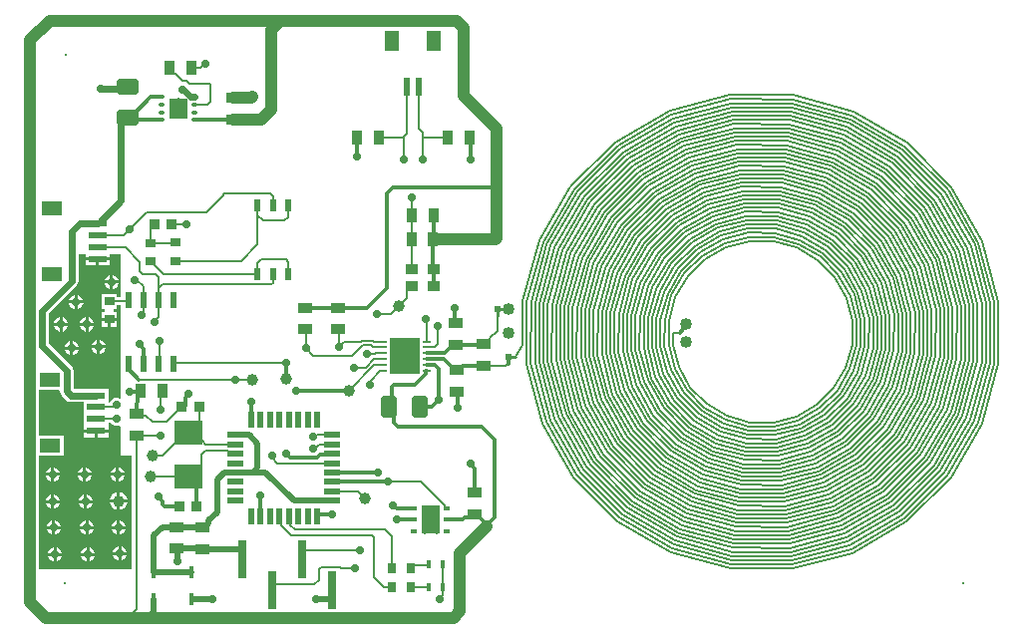
<source format=gtl>
G04*
G04 #@! TF.GenerationSoftware,Altium Limited,Altium Designer,23.7.1 (13)*
G04*
G04 Layer_Physical_Order=1*
G04 Layer_Color=255*
%FSLAX25Y25*%
%MOIN*%
G70*
G04*
G04 #@! TF.SameCoordinates,E761BF88-05AE-44ED-84BE-F3DD1BAF6ADF*
G04*
G04*
G04 #@! TF.FilePolarity,Positive*
G04*
G01*
G75*
%ADD10C,0.01000*%
%ADD15R,0.02400X0.02200*%
%ADD16R,0.04921X0.03347*%
%ADD17R,0.01997X0.05756*%
%ADD18R,0.05756X0.01997*%
%ADD19R,0.09449X0.07874*%
%ADD20R,0.01811X0.04331*%
%ADD21R,0.02500X0.13156*%
%ADD22R,0.02197X0.04156*%
%ADD23R,0.04724X0.07087*%
%ADD24R,0.02362X0.06102*%
%ADD25R,0.03347X0.04921*%
G04:AMPARAMS|DCode=26|XSize=55.12mil|YSize=70.87mil|CornerRadius=6.89mil|HoleSize=0mil|Usage=FLASHONLY|Rotation=180.000|XOffset=0mil|YOffset=0mil|HoleType=Round|Shape=RoundedRectangle|*
%AMROUNDEDRECTD26*
21,1,0.05512,0.05709,0,0,180.0*
21,1,0.04134,0.07087,0,0,180.0*
1,1,0.01378,-0.02067,0.02854*
1,1,0.01378,0.02067,0.02854*
1,1,0.01378,0.02067,-0.02854*
1,1,0.01378,-0.02067,-0.02854*
%
%ADD26ROUNDEDRECTD26*%
G04:AMPARAMS|DCode=27|XSize=55.12mil|YSize=70.87mil|CornerRadius=6.89mil|HoleSize=0mil|Usage=FLASHONLY|Rotation=270.000|XOffset=0mil|YOffset=0mil|HoleType=Round|Shape=RoundedRectangle|*
%AMROUNDEDRECTD27*
21,1,0.05512,0.05709,0,0,270.0*
21,1,0.04134,0.07087,0,0,270.0*
1,1,0.01378,-0.02854,-0.02067*
1,1,0.01378,-0.02854,0.02067*
1,1,0.01378,0.02854,0.02067*
1,1,0.01378,0.02854,-0.02067*
%
%ADD27ROUNDEDRECTD27*%
%ADD29R,0.02362X0.01575*%
%ADD30R,0.01600X0.02800*%
%ADD31R,0.06102X0.02362*%
%ADD32R,0.07087X0.04724*%
%ADD33R,0.04100X0.03700*%
G04:AMPARAMS|DCode=34|XSize=23.62mil|YSize=9.84mil|CornerRadius=1.23mil|HoleSize=0mil|Usage=FLASHONLY|Rotation=0.000|XOffset=0mil|YOffset=0mil|HoleType=Round|Shape=RoundedRectangle|*
%AMROUNDEDRECTD34*
21,1,0.02362,0.00738,0,0,0.0*
21,1,0.02116,0.00984,0,0,0.0*
1,1,0.00246,0.01058,-0.00369*
1,1,0.00246,-0.01058,-0.00369*
1,1,0.00246,-0.01058,0.00369*
1,1,0.00246,0.01058,0.00369*
%
%ADD34ROUNDEDRECTD34*%
%ADD35R,0.02197X0.05728*%
%ADD36R,0.02978X0.03200*%
%ADD37R,0.03200X0.02978*%
%ADD38R,0.03378X0.03200*%
%ADD61C,0.03937*%
%ADD62R,0.05906X0.06890*%
%ADD63O,0.02362X0.01181*%
%ADD64R,0.05906X0.09449*%
G04:AMPARAMS|DCode=65|XSize=102.36mil|YSize=118.11mil|CornerRadius=2.56mil|HoleSize=0mil|Usage=FLASHONLY|Rotation=0.000|XOffset=0mil|YOffset=0mil|HoleType=Round|Shape=RoundedRectangle|*
%AMROUNDEDRECTD65*
21,1,0.10236,0.11299,0,0,0.0*
21,1,0.09724,0.11811,0,0,0.0*
1,1,0.00512,0.04862,-0.05650*
1,1,0.00512,-0.04862,-0.05650*
1,1,0.00512,-0.04862,0.05650*
1,1,0.00512,0.04862,0.05650*
%
%ADD65ROUNDEDRECTD65*%
%ADD66C,0.01181*%
%ADD67C,0.01181*%
%ADD68C,0.03937*%
%ADD69C,0.00787*%
%ADD70C,0.00800*%
%ADD71C,0.00799*%
%ADD72C,0.01400*%
%ADD73C,0.02362*%
%ADD74C,0.01968*%
%ADD75C,0.01968*%
%ADD76C,0.02756*%
%ADD77C,0.04000*%
G36*
X33858Y121803D02*
Y111547D01*
X32521D01*
Y112615D01*
X27321D01*
Y107637D01*
X28321D01*
Y106537D01*
X27321D01*
Y104548D01*
X29921D01*
X32521D01*
Y106537D01*
X31521D01*
Y107637D01*
X32521D01*
Y108705D01*
X33858D01*
Y77910D01*
X33358Y77576D01*
X32847Y77787D01*
X31901D01*
X31027Y77425D01*
X30358Y76756D01*
X30095Y76122D01*
X29598D01*
Y80819D01*
X25762D01*
X25547Y80862D01*
X18010D01*
X17929Y80943D01*
Y86933D01*
X17929Y86933D01*
X17759Y87784D01*
X17277Y88506D01*
X17277Y88506D01*
X9704Y96079D01*
Y106012D01*
X19041Y115349D01*
X19041Y115349D01*
X19523Y116070D01*
X19692Y116921D01*
Y125984D01*
X21996D01*
Y124768D01*
X26047D01*
X30098D01*
Y125984D01*
X33858D01*
Y121803D01*
D02*
G37*
G36*
X13481Y80022D02*
X13650Y79171D01*
X14132Y78449D01*
X15516Y77065D01*
X15516Y77065D01*
X16238Y76583D01*
X17088Y76414D01*
X17088Y76414D01*
X21496D01*
Y72520D01*
Y68583D01*
Y67327D01*
X25547D01*
X29598D01*
Y69362D01*
X30550D01*
X31145Y68767D01*
X32019Y68405D01*
X32965D01*
X33358Y68568D01*
X33858Y68234D01*
Y58346D01*
X37575D01*
Y20472D01*
X6537D01*
Y58346D01*
X14736D01*
Y65071D01*
X6537D01*
Y80394D01*
X13174D01*
X13481Y80022D01*
D02*
G37*
%LPC*%
G36*
X30098Y123768D02*
X26547D01*
Y122087D01*
X30098D01*
Y123768D01*
D02*
G37*
G36*
X25547D02*
X21996D01*
Y122087D01*
X25547D01*
Y123768D01*
D02*
G37*
G36*
X31209Y118902D02*
Y117035D01*
X33075D01*
X32725Y117882D01*
X32056Y118551D01*
X31209Y118902D01*
D02*
G37*
G36*
X30209D02*
X29362Y118551D01*
X28693Y117882D01*
X28342Y117035D01*
X30209D01*
Y118902D01*
D02*
G37*
G36*
X33075Y116035D02*
X31209D01*
Y114169D01*
X32056Y114520D01*
X32725Y115188D01*
X33075Y116035D01*
D02*
G37*
G36*
X30209D02*
X28342D01*
X28693Y115188D01*
X29362Y114520D01*
X30209Y114169D01*
Y116035D01*
D02*
G37*
G36*
X19398Y112209D02*
Y110343D01*
X21264D01*
X20914Y111189D01*
X20245Y111858D01*
X19398Y112209D01*
D02*
G37*
G36*
X18398D02*
X17551Y111858D01*
X16882Y111189D01*
X16531Y110343D01*
X18398D01*
Y112209D01*
D02*
G37*
G36*
X21264Y109343D02*
X19398D01*
Y107476D01*
X20245Y107827D01*
X20914Y108495D01*
X21264Y109343D01*
D02*
G37*
G36*
X18398D02*
X16531D01*
X16882Y108495D01*
X17551Y107827D01*
X18398Y107476D01*
Y109343D01*
D02*
G37*
G36*
X22941Y104729D02*
Y102862D01*
X24808D01*
X24457Y103709D01*
X23788Y104378D01*
X22941Y104729D01*
D02*
G37*
G36*
X21941D02*
X21094Y104378D01*
X20425Y103709D01*
X20074Y102862D01*
X21941D01*
Y104729D01*
D02*
G37*
G36*
X14279D02*
Y102862D01*
X16146D01*
X15796Y103709D01*
X15126Y104378D01*
X14279Y104729D01*
D02*
G37*
G36*
X13280D02*
X12432Y104378D01*
X11764Y103709D01*
X11413Y102862D01*
X13280D01*
Y104729D01*
D02*
G37*
G36*
X32521Y103548D02*
X30421D01*
Y101559D01*
X32521D01*
Y103548D01*
D02*
G37*
G36*
X29421D02*
X27321D01*
Y101559D01*
X29421D01*
Y103548D01*
D02*
G37*
G36*
X24808Y101862D02*
X22941D01*
Y99995D01*
X23788Y100346D01*
X24457Y101015D01*
X24808Y101862D01*
D02*
G37*
G36*
X21941D02*
X20074D01*
X20425Y101015D01*
X21094Y100346D01*
X21941Y99995D01*
Y101862D01*
D02*
G37*
G36*
X16146D02*
X14279D01*
Y99995D01*
X15126Y100346D01*
X15796Y101015D01*
X16146Y101862D01*
D02*
G37*
G36*
X13280D02*
X11413D01*
X11764Y101015D01*
X12432Y100346D01*
X13280Y99995D01*
Y101862D01*
D02*
G37*
G36*
X26878Y97249D02*
Y95382D01*
X28745D01*
X28394Y96229D01*
X27725Y96898D01*
X26878Y97249D01*
D02*
G37*
G36*
X25878D02*
X25031Y96898D01*
X24362Y96229D01*
X24011Y95382D01*
X25878D01*
Y97249D01*
D02*
G37*
G36*
X17823Y96855D02*
Y94988D01*
X19690D01*
X19339Y95835D01*
X18670Y96504D01*
X17823Y96855D01*
D02*
G37*
G36*
X16823D02*
X15976Y96504D01*
X15307Y95835D01*
X14956Y94988D01*
X16823D01*
Y96855D01*
D02*
G37*
G36*
X28745Y94382D02*
X26878D01*
Y92515D01*
X27725Y92866D01*
X28394Y93535D01*
X28745Y94382D01*
D02*
G37*
G36*
X25878D02*
X24011D01*
X24362Y93535D01*
X25031Y92866D01*
X25878Y92515D01*
Y94382D01*
D02*
G37*
G36*
X19690Y93988D02*
X17823D01*
Y92121D01*
X18670Y92472D01*
X19339Y93141D01*
X19690Y93988D01*
D02*
G37*
G36*
X16823D02*
X14956D01*
X15307Y93141D01*
X15976Y92472D01*
X16823Y92121D01*
Y93988D01*
D02*
G37*
G36*
X29598Y66327D02*
X26047D01*
Y64646D01*
X29598D01*
Y66327D01*
D02*
G37*
G36*
X25047D02*
X21496D01*
Y64646D01*
X25047D01*
Y66327D01*
D02*
G37*
G36*
X33177Y54569D02*
Y52702D01*
X35044D01*
X34693Y53549D01*
X34024Y54218D01*
X33443Y54459D01*
D01*
X33177Y54569D01*
D02*
G37*
G36*
X32177D02*
X31330Y54218D01*
X30661Y53549D01*
X30310Y52702D01*
X32177D01*
Y54569D01*
D02*
G37*
G36*
X22153D02*
Y52702D01*
X24020D01*
X23670Y53549D01*
X23000Y54218D01*
X22153Y54569D01*
D02*
G37*
G36*
X21154D02*
X20306Y54218D01*
X19638Y53549D01*
X19287Y52702D01*
X21154D01*
Y54569D01*
D02*
G37*
G36*
X11524D02*
Y52702D01*
X13390D01*
X13039Y53549D01*
X12371Y54218D01*
X11524Y54569D01*
D02*
G37*
G36*
X10524D02*
X9677Y54218D01*
X9008Y53549D01*
X8657Y52702D01*
X10524D01*
Y54569D01*
D02*
G37*
G36*
X35044Y51702D02*
X33177D01*
Y49835D01*
X33443Y49945D01*
D01*
X34024Y50186D01*
X34693Y50855D01*
X35044Y51702D01*
D02*
G37*
G36*
X32177D02*
X30310D01*
X30661Y50855D01*
X31330Y50186D01*
X32177Y49835D01*
Y51702D01*
D02*
G37*
G36*
X24020D02*
X22153D01*
Y49835D01*
X23000Y50186D01*
X23670Y50855D01*
X24020Y51702D01*
D02*
G37*
G36*
X21154D02*
X19287D01*
X19638Y50855D01*
X20306Y50186D01*
X21154Y49835D01*
Y51702D01*
D02*
G37*
G36*
X13390D02*
X11524D01*
Y49835D01*
X12371Y50186D01*
X13039Y50855D01*
X13390Y51702D01*
D02*
G37*
G36*
X10524D02*
X8657D01*
X9008Y50855D01*
X9677Y50186D01*
X10524Y49835D01*
Y51702D01*
D02*
G37*
G36*
X33571Y46246D02*
Y43807D01*
X36010D01*
X35837Y44453D01*
X35446Y45130D01*
X34894Y45682D01*
X34217Y46073D01*
X33571Y46246D01*
D02*
G37*
G36*
X32571D02*
X31925Y46073D01*
X31248Y45682D01*
X30696Y45130D01*
X30305Y44453D01*
X30132Y43807D01*
X32571D01*
Y46246D01*
D02*
G37*
G36*
X22547Y45514D02*
Y43647D01*
X24414D01*
X24063Y44494D01*
X23394Y45163D01*
X22547Y45514D01*
D02*
G37*
G36*
X21547D02*
X20700Y45163D01*
X20031Y44494D01*
X19681Y43647D01*
X21547D01*
Y45514D01*
D02*
G37*
G36*
X11524D02*
Y43647D01*
X13390D01*
X13039Y44494D01*
X12371Y45163D01*
X11524Y45514D01*
D02*
G37*
G36*
X10524D02*
X9677Y45163D01*
X9008Y44494D01*
X8657Y43647D01*
X10524D01*
Y45514D01*
D02*
G37*
G36*
X24414Y42647D02*
X22547D01*
Y40780D01*
X23394Y41131D01*
X24063Y41800D01*
X24414Y42647D01*
D02*
G37*
G36*
X21547D02*
X19681D01*
X20031Y41800D01*
X20700Y41131D01*
X21547Y40780D01*
Y42647D01*
D02*
G37*
G36*
X13390D02*
X11524D01*
Y40780D01*
X12371Y41131D01*
X13039Y41800D01*
X13390Y42647D01*
D02*
G37*
G36*
X10524D02*
X8657D01*
X9008Y41800D01*
X9677Y41131D01*
X10524Y40780D01*
Y42647D01*
D02*
G37*
G36*
X36010Y42807D02*
X33571D01*
Y40368D01*
X34217Y40541D01*
X34894Y40932D01*
X35446Y41484D01*
X35837Y42161D01*
X36010Y42807D01*
D02*
G37*
G36*
X32571D02*
X30132D01*
X30305Y42161D01*
X30696Y41484D01*
X31248Y40932D01*
X31925Y40541D01*
X32571Y40368D01*
Y42807D01*
D02*
G37*
G36*
X33571Y36852D02*
Y34986D01*
X35438D01*
X35087Y35833D01*
X34418Y36502D01*
X33571Y36852D01*
D02*
G37*
G36*
X32571D02*
X31724Y36502D01*
X31055Y35833D01*
X30704Y34986D01*
X32571D01*
Y36852D01*
D02*
G37*
G36*
X22941D02*
Y34986D01*
X24808D01*
X24457Y35833D01*
X23788Y36502D01*
X22941Y36852D01*
D02*
G37*
G36*
X21941D02*
X21094Y36502D01*
X20425Y35833D01*
X20074Y34986D01*
X21941D01*
Y36852D01*
D02*
G37*
G36*
X11917D02*
Y34986D01*
X13784D01*
X13433Y35833D01*
X12764Y36502D01*
X11917Y36852D01*
D02*
G37*
G36*
X10917D02*
X10070Y36502D01*
X9401Y35833D01*
X9050Y34986D01*
X10917D01*
Y36852D01*
D02*
G37*
G36*
X35438Y33986D02*
X33571D01*
Y32119D01*
X34418Y32470D01*
X35087Y33138D01*
X35438Y33986D01*
D02*
G37*
G36*
X32571D02*
X30704D01*
X31055Y33138D01*
X31724Y32470D01*
X32571Y32119D01*
Y33986D01*
D02*
G37*
G36*
X24808D02*
X22941D01*
Y32119D01*
X23788Y32470D01*
X24457Y33138D01*
X24808Y33986D01*
D02*
G37*
G36*
X21941D02*
X20074D01*
X20425Y33138D01*
X21094Y32470D01*
X21941Y32119D01*
Y33986D01*
D02*
G37*
G36*
X13784D02*
X11917D01*
Y32119D01*
X12764Y32470D01*
X13433Y33138D01*
X13784Y33986D01*
D02*
G37*
G36*
X10917D02*
X9050D01*
X9401Y33138D01*
X10070Y32470D01*
X10917Y32119D01*
Y33986D01*
D02*
G37*
G36*
X33965Y28191D02*
Y26324D01*
X35831D01*
X35480Y27171D01*
X34812Y27840D01*
X33965Y28191D01*
D02*
G37*
G36*
X32965D02*
X32118Y27840D01*
X31449Y27171D01*
X31098Y26324D01*
X32965D01*
Y28191D01*
D02*
G37*
G36*
X23335Y27797D02*
Y25930D01*
X25201D01*
X24851Y26777D01*
X24182Y27446D01*
X23335Y27797D01*
D02*
G37*
G36*
X22335D02*
X21488Y27446D01*
X20819Y26777D01*
X20468Y25930D01*
X22335D01*
Y27797D01*
D02*
G37*
G36*
X12311D02*
Y25930D01*
X14178D01*
X13827Y26777D01*
X13158Y27446D01*
X12311Y27797D01*
D02*
G37*
G36*
X11311D02*
X10464Y27446D01*
X9795Y26777D01*
X9444Y25930D01*
X11311D01*
Y27797D01*
D02*
G37*
G36*
X35831Y25324D02*
X33965D01*
Y23457D01*
X34812Y23808D01*
X35480Y24477D01*
X35831Y25324D01*
D02*
G37*
G36*
X32965D02*
X31098D01*
X31449Y24477D01*
X32118Y23808D01*
X32965Y23457D01*
Y25324D01*
D02*
G37*
G36*
X25201Y24930D02*
X23335D01*
Y23064D01*
X24182Y23415D01*
X24851Y24083D01*
X25201Y24930D01*
D02*
G37*
G36*
X22335D02*
X20468D01*
X20819Y24083D01*
X21488Y23415D01*
X22335Y23064D01*
Y24930D01*
D02*
G37*
G36*
X14178D02*
X12311D01*
Y23064D01*
X13158Y23415D01*
X13827Y24083D01*
X14178Y24930D01*
D02*
G37*
G36*
X11311D02*
X9444D01*
X9795Y24083D01*
X10464Y23415D01*
X11311Y23064D01*
Y24930D01*
D02*
G37*
%LPD*%
D10*
X159611Y105266D02*
Y107547D01*
X163272D01*
X163285Y91547D02*
X165685D01*
D15*
X163285D02*
D03*
X159611Y107547D02*
D03*
D16*
X155118Y95768D02*
D03*
Y88484D02*
D03*
X95276Y100689D02*
D03*
Y107972D02*
D03*
X106299Y100689D02*
D03*
Y107972D02*
D03*
X146063Y79823D02*
D03*
Y87106D02*
D03*
X145669Y102854D02*
D03*
Y95571D02*
D03*
X52492Y27343D02*
D03*
Y34626D02*
D03*
X61122Y27327D02*
D03*
Y34610D02*
D03*
X38996Y72555D02*
D03*
Y65272D02*
D03*
X71437Y170988D02*
D03*
Y178272D02*
D03*
X151969Y46161D02*
D03*
Y38878D02*
D03*
D17*
X77362Y70602D02*
D03*
X80512D02*
D03*
X83661D02*
D03*
X86811D02*
D03*
X89961D02*
D03*
X93110D02*
D03*
X96260D02*
D03*
X99410D02*
D03*
Y38202D02*
D03*
X96260D02*
D03*
X93110D02*
D03*
X89961D02*
D03*
X86811D02*
D03*
X83661D02*
D03*
X80512D02*
D03*
X77362D02*
D03*
D18*
X104586Y65425D02*
D03*
Y62276D02*
D03*
Y59126D02*
D03*
Y55976D02*
D03*
Y52827D02*
D03*
Y49677D02*
D03*
Y46528D02*
D03*
Y43378D02*
D03*
X72186D02*
D03*
Y46528D02*
D03*
Y49677D02*
D03*
Y52827D02*
D03*
Y55976D02*
D03*
Y59126D02*
D03*
Y62276D02*
D03*
Y65425D02*
D03*
D19*
X56346Y66327D02*
D03*
Y51366D02*
D03*
D20*
X57480Y10433D02*
D03*
Y19488D02*
D03*
X44882Y10433D02*
D03*
Y19488D02*
D03*
D21*
X104547Y13565D02*
D03*
X94547Y23965D02*
D03*
X84547Y13565D02*
D03*
X74547Y23965D02*
D03*
D22*
X79528Y142209D02*
D03*
X84646D02*
D03*
X89764D02*
D03*
Y119209D02*
D03*
X84646D02*
D03*
X79528D02*
D03*
D23*
X124409Y197244D02*
D03*
X138583D02*
D03*
D24*
X129528Y181890D02*
D03*
X133465D02*
D03*
D25*
X120177Y164961D02*
D03*
X112894D02*
D03*
X150492D02*
D03*
X143209D02*
D03*
X131150Y138957D02*
D03*
X138433D02*
D03*
X130968Y130972D02*
D03*
X138252D02*
D03*
X40547Y80079D02*
D03*
X47831D02*
D03*
X57268Y188126D02*
D03*
X49984D02*
D03*
D26*
X133661Y74803D02*
D03*
X123425D02*
D03*
D27*
X36169Y171634D02*
D03*
Y181870D02*
D03*
D29*
X131890Y40945D02*
D03*
Y37008D02*
D03*
Y33071D02*
D03*
X142913D02*
D03*
Y37008D02*
D03*
Y40945D02*
D03*
D30*
X136626Y14567D02*
D03*
X141326D02*
D03*
X136626Y22047D02*
D03*
X141326D02*
D03*
D31*
X25547Y78638D02*
D03*
Y74701D02*
D03*
Y70764D02*
D03*
Y66827D02*
D03*
X26047Y136079D02*
D03*
Y132142D02*
D03*
Y128205D02*
D03*
Y124268D02*
D03*
D32*
X10193Y83756D02*
D03*
Y61709D02*
D03*
X10693Y141197D02*
D03*
Y119150D02*
D03*
D33*
X138287Y115260D02*
D03*
X131004D02*
D03*
Y120960D02*
D03*
X138287D02*
D03*
D34*
X136221Y92716D02*
D03*
Y86811D02*
D03*
Y88779D02*
D03*
Y90748D02*
D03*
Y94685D02*
D03*
Y96653D02*
D03*
X121260Y86811D02*
D03*
Y88779D02*
D03*
Y90748D02*
D03*
Y92716D02*
D03*
Y94685D02*
D03*
Y96653D02*
D03*
D35*
X36354Y89203D02*
D03*
X41354D02*
D03*
X46354D02*
D03*
X51354D02*
D03*
Y110631D02*
D03*
X46354D02*
D03*
X41354D02*
D03*
X36354D02*
D03*
D36*
X130598Y14567D02*
D03*
X124520D02*
D03*
X130598Y20866D02*
D03*
X124520D02*
D03*
D37*
X51925Y129744D02*
D03*
Y123666D02*
D03*
X29921Y104048D02*
D03*
Y110126D02*
D03*
X43728Y123532D02*
D03*
Y129610D02*
D03*
D38*
X59926Y74803D02*
D03*
X54248D02*
D03*
X59138Y41339D02*
D03*
X53460D02*
D03*
X50871Y135827D02*
D03*
X45193D02*
D03*
D61*
X115354Y44094D02*
D03*
X33071Y43307D02*
D03*
X126772Y108661D02*
D03*
X110004Y80315D02*
D03*
X44488Y58661D02*
D03*
X43701Y51575D02*
D03*
X77870Y83854D02*
D03*
X89098Y84110D02*
D03*
D62*
X52941Y174583D02*
D03*
D63*
X47429Y170744D02*
D03*
Y173303D02*
D03*
Y175862D02*
D03*
Y178421D02*
D03*
X58453D02*
D03*
Y175862D02*
D03*
Y173303D02*
D03*
Y170744D02*
D03*
D64*
X137402Y37008D02*
D03*
D65*
X128740Y91732D02*
D03*
D66*
X15157Y15748D02*
D03*
X315354D02*
D03*
X15264Y192642D02*
D03*
X132849Y91767D02*
D03*
X124606Y91732D02*
D03*
X128740Y86811D02*
D03*
Y96653D02*
D03*
D67*
X151969Y46161D02*
Y54298D01*
X150787Y55479D02*
X151969Y54298D01*
X150787Y55479D02*
Y55905D01*
X126378Y68110D02*
X154331D01*
X156201Y35335D02*
Y35433D01*
X158661Y37795D02*
Y63779D01*
X154331Y68110D02*
X158661Y63779D01*
X156201Y34941D02*
Y35335D01*
X158661Y37795D01*
X152756Y38583D02*
X153051D01*
X156201Y35433D01*
X151969Y38878D02*
X152461D01*
X152756Y38583D01*
X150886Y37795D02*
X151969Y38878D01*
X148721Y37795D02*
X150886D01*
X147933Y37008D02*
X148721Y37795D01*
X150492Y164961D02*
X150640Y164813D01*
Y157628D02*
Y164813D01*
Y157628D02*
X150787Y157480D01*
X163285Y89259D02*
Y91547D01*
X125000Y69488D02*
X126378Y68110D01*
X125000Y69488D02*
Y73228D01*
X123425Y74803D02*
X125000Y73228D01*
X136221Y90748D02*
X141634D01*
X145276Y87106D01*
X148228Y88484D02*
X155118D01*
X145669Y95571D02*
X154921D01*
X136221Y92716D02*
X142028D01*
X144882Y95571D01*
X145276Y103248D02*
Y107874D01*
X138287Y115260D02*
Y120960D01*
X138252Y120996D02*
Y130972D01*
Y120996D02*
X138287Y120960D01*
X138252Y130972D02*
X138342Y131063D01*
X125101Y82284D02*
X132114D01*
X123425Y74803D02*
X124409Y75787D01*
Y81592D01*
X125101Y82284D01*
X132114D02*
X135630Y85800D01*
Y86713D01*
X135728Y86811D01*
X136221D01*
X133661Y74803D02*
X137795D01*
X140157Y77165D01*
Y87402D01*
X138878Y88681D02*
X140157Y87402D01*
X136221Y88779D02*
X136319Y88681D01*
X137224D01*
X137224Y88681D01*
X138878D01*
X146539Y74650D02*
Y79347D01*
X159197Y130972D02*
X159803Y131579D01*
X126123Y40945D02*
X131890D01*
X119642Y52827D02*
X119685Y52870D01*
X104629Y49720D02*
X122957D01*
X92520Y80315D02*
X110004D01*
X125984Y37008D02*
X131890D01*
X142913D02*
X147933D01*
X106299Y107972D02*
X116240D01*
X122835Y114567D02*
Y146063D01*
X116240Y107972D02*
X122835Y114567D01*
X95276Y107972D02*
X106299D01*
X124803Y148031D02*
X158705D01*
X159492Y148819D01*
X122835Y146063D02*
X124803Y148031D01*
X54531Y74520D02*
X55346Y75335D01*
Y77755D01*
X56299Y78708D01*
Y79134D01*
X59138Y41339D02*
Y48574D01*
X48374Y41510D02*
X53413D01*
X46457Y44456D02*
Y44882D01*
Y44456D02*
X47593Y43319D01*
Y42292D02*
Y43319D01*
Y42292D02*
X48374Y41510D01*
X58453Y170744D02*
X71193D01*
X71437Y170988D01*
X36957Y171634D02*
X43744Y178421D01*
X47429D01*
X37059Y170744D02*
X47429D01*
X99410Y38202D02*
Y38344D01*
X99817Y38752D01*
X104496D01*
X77341Y70623D02*
X77362Y70602D01*
X77341Y70623D02*
Y76356D01*
X77319Y76378D02*
X77341Y76356D01*
X39465Y78996D02*
X40465Y79996D01*
X40547Y80079D01*
X36740Y79996D02*
X40465D01*
X39465Y76468D02*
Y78996D01*
X38996Y76000D02*
X39465Y76468D01*
X38996Y72555D02*
Y76000D01*
X41354Y89203D02*
Y94334D01*
X40236Y95452D02*
X41354Y94334D01*
X40236Y95452D02*
Y95878D01*
X112894Y158453D02*
Y164961D01*
X112839Y158398D02*
X112894Y158453D01*
X80451Y38263D02*
X80512Y38202D01*
X80451Y38263D02*
Y45238D01*
X80390Y45299D02*
X80451Y45238D01*
X104586Y52827D02*
X119642D01*
X122957Y49720D02*
X123000Y49764D01*
X72146Y83917D02*
X72154Y83909D01*
X36354Y87438D02*
X39875Y83917D01*
X77842Y83882D02*
X77870Y83854D01*
X72154Y83909D02*
X72181Y83882D01*
X36354Y87438D02*
Y89203D01*
X88972Y59102D02*
X90381Y57694D01*
X99414D01*
X51354Y89203D02*
X51580Y89429D01*
X89083Y84126D02*
X89098Y84110D01*
X89083Y84126D02*
Y89413D01*
X89067Y89429D02*
X89083Y89413D01*
X104178Y58718D02*
X104586Y59126D01*
X100438Y58718D02*
X104178D01*
X99414Y57694D02*
X100438Y58718D01*
X104586Y49677D02*
X104629Y49720D01*
X138342Y138866D02*
X138433Y138957D01*
X138342Y131063D02*
Y138866D01*
D68*
X147244Y25984D02*
X156201Y34941D01*
X147244Y6538D02*
Y25984D01*
X144938Y4231D02*
X147244Y6538D01*
X42913Y4231D02*
X144938D01*
X159492Y148819D02*
Y167673D01*
X146119Y203921D02*
X148425Y201615D01*
Y178740D02*
X159492Y167673D01*
X148425Y178740D02*
Y201615D01*
X87113Y203921D02*
X146119D01*
X138342Y130972D02*
X159197D01*
X159492Y131268D02*
Y148819D01*
X71437Y170988D02*
X80779D01*
X84031Y174240D01*
X35906Y4231D02*
X42913D01*
X3543Y9433D02*
Y197559D01*
X71437Y178272D02*
X77555D01*
X77807Y178524D01*
X8745Y4231D02*
X35906D01*
X9921Y203937D02*
X87098D01*
X87113Y203921D01*
X3543Y197559D02*
X9921Y203937D01*
X3543Y9433D02*
X8745Y4231D01*
X84031Y200839D02*
X87113Y203921D01*
X84031Y174240D02*
Y200839D01*
D69*
X140551Y10630D02*
Y11163D01*
X141326Y11938D01*
Y22047D01*
X135132Y164961D02*
X143209D01*
X134671Y165422D02*
Y166609D01*
Y165422D02*
X135132Y164961D01*
X133465Y167815D02*
X134671Y166609D01*
X159611Y100261D02*
Y105266D01*
X157185Y97835D02*
X159611Y100261D01*
X155118Y95768D02*
X155905D01*
X157185Y97047D01*
Y97835D01*
X154921Y95571D02*
X155118Y95768D01*
X144882Y95571D02*
X145669D01*
X145276Y103248D02*
X145669Y102854D01*
X133465Y167815D02*
Y181890D01*
X129528Y166240D02*
Y181890D01*
X128248Y164961D02*
X129528Y166240D01*
X134646Y157480D02*
Y166609D01*
X120177Y164961D02*
X128248D01*
X128347Y164862D01*
Y157480D02*
Y164862D01*
X138779Y94685D02*
X139764Y95669D01*
Y101969D01*
X131004Y120960D02*
Y130937D01*
X130968Y130972D02*
X131004Y130937D01*
X130804Y115260D02*
X131004D01*
X129348Y113804D02*
X130804Y115260D01*
X129348Y111237D02*
Y113804D01*
X126772Y108661D02*
X129348Y111237D01*
X124016Y105905D02*
X126772Y108661D01*
X119291Y105905D02*
X124016D01*
X136122Y96653D02*
X136221D01*
X136024Y96752D02*
X136122Y96653D01*
X136024Y96752D02*
Y104134D01*
X135827Y104331D02*
X136024Y104134D01*
X136221Y94685D02*
X138779D01*
X146063Y79823D02*
X146539Y79347D01*
X123000Y49764D02*
X134252D01*
X142126Y41890D01*
Y41800D02*
Y41890D01*
Y41800D02*
X142126Y41800D01*
Y41339D02*
Y41800D01*
X124803Y41732D02*
X125336D01*
X126123Y40945D01*
X142520D02*
X142913D01*
X142126Y41339D02*
X142520Y40945D01*
X130598Y20866D02*
X131626Y21894D01*
X136473D01*
X130598Y14567D02*
X136626D01*
X121653D02*
X124520D01*
X118504Y17717D02*
Y31102D01*
Y17717D02*
X121653Y14567D01*
X90686Y31929D02*
X117677D01*
X118504Y31102D01*
X124520Y20866D02*
Y31385D01*
Y20755D02*
Y20866D01*
X122150Y33756D02*
X124520Y31385D01*
X92009Y33756D02*
X122150D01*
X120571Y86811D02*
X121260D01*
X117306Y83546D02*
X120571Y86811D01*
X117306Y82660D02*
Y83546D01*
X116929Y82284D02*
X117306Y82660D01*
X110004Y80315D02*
X118468Y88779D01*
X114001Y96653D02*
X114107Y96760D01*
X118152Y94685D02*
X121260D01*
X117365Y95472D02*
X118152Y94685D01*
X114107Y96760D02*
X118176D01*
X118283Y96653D02*
X121260D01*
X108540D02*
X114001D01*
X118176Y96760D02*
X118283Y96653D01*
X114640Y95472D02*
X117365D01*
X111097Y91929D02*
X114640Y95472D01*
X118468Y88779D02*
X121260D01*
X118712Y92520D02*
X118898Y92705D01*
X118546Y90748D02*
X121260D01*
X111811Y87795D02*
X115593D01*
X118546Y90748D01*
X118898Y92705D02*
X121248D01*
X116142Y92520D02*
X118712D01*
X133373Y88674D02*
Y88688D01*
X128740Y91732D02*
X130315D01*
X133373Y88674D01*
Y88688D02*
X133465Y88779D01*
X132864Y88165D02*
X133373Y88674D01*
X129051Y181413D02*
X129528Y181890D01*
X120177Y164173D02*
Y164961D01*
Y164173D02*
X121457Y162894D01*
X131118Y138988D02*
Y144882D01*
X95669Y94488D02*
X98228Y91929D01*
X111097D01*
X106769Y94882D02*
X108540Y96653D01*
X106693Y94882D02*
X106769D01*
X95276Y100689D02*
X95669Y100295D01*
Y94488D02*
Y100295D01*
X106299Y100689D02*
X106693Y100295D01*
Y94882D02*
Y100295D01*
X121248Y92705D02*
X121260Y92716D01*
X57307Y64535D02*
X57723Y64951D01*
X56382Y66327D02*
X59926Y69870D01*
Y74803D01*
X56346Y66327D02*
X56382D01*
X56346Y51366D02*
X56346Y51366D01*
X56138Y51575D02*
X56346Y51366D01*
Y53157D01*
X43701Y51575D02*
X56138D01*
X56346Y64535D02*
X57307D01*
X44488Y58661D02*
X47894D01*
X55559Y66327D01*
X56346D01*
X49040Y69685D02*
X54159Y74803D01*
X44488Y69685D02*
X49040D01*
X38996Y72555D02*
X39555Y71997D01*
X42176D01*
X44488Y69685D01*
X54159Y74803D02*
X54248D01*
X39875Y83917D02*
X72146D01*
X56346Y51366D02*
X59138Y48574D01*
X104586Y46528D02*
X112921D01*
X115354Y44094D01*
X58453Y175862D02*
X62870D01*
X63689Y176681D02*
Y182846D01*
X62870Y175862D02*
X63689Y176681D01*
X47095Y73909D02*
Y79343D01*
X104547Y11486D02*
Y13565D01*
X103691Y10630D02*
X104547Y11486D01*
X57480Y10433D02*
X57677Y10630D01*
X100000Y16929D02*
Y20405D01*
X107469Y20866D02*
X112205D01*
X107011Y21324D02*
X107469Y20866D01*
X100919Y21324D02*
X107011D01*
X100000Y20405D02*
X100919Y21324D01*
X98425Y15354D02*
X100000Y16929D01*
X85404Y15354D02*
X98425D01*
X84547Y13565D02*
Y14498D01*
X85404Y15354D01*
X94547Y23965D02*
Y25935D01*
X95403Y26791D01*
X113634D01*
X123425Y19660D02*
X124520Y20755D01*
X123314Y19660D02*
X123425D01*
X34824Y132142D02*
X42408Y139726D01*
X46354Y110631D02*
X46457Y110734D01*
X46354Y104997D02*
Y110631D01*
X45150Y103793D02*
X46354Y104997D01*
X45150Y103260D02*
Y103793D01*
X29921Y110126D02*
X35849D01*
X36354Y110631D01*
X84646Y142209D02*
Y145276D01*
X83858Y146063D02*
X84646Y145276D01*
X67716D02*
X68504Y146063D01*
X83858D01*
X79528Y129134D02*
Y138976D01*
X89764Y138189D02*
Y142209D01*
X79528Y138976D02*
Y142209D01*
X80709Y124016D02*
X88976D01*
X88583Y137008D02*
X89764Y138189D01*
X79528Y138976D02*
X81496Y137008D01*
X88583D01*
X79528Y122835D02*
X80709Y124016D01*
X79528Y119209D02*
Y122835D01*
X74059Y123666D02*
X79528Y129134D01*
X84184Y115748D02*
X84646Y116209D01*
X89764Y119209D02*
Y123228D01*
X84646Y116209D02*
Y119209D01*
X88976Y124016D02*
X89764Y123228D01*
X48163Y119209D02*
X79528D01*
X51925Y123666D02*
X74059D01*
X47783Y115748D02*
X84184D01*
X50871Y135827D02*
X55905D01*
X43728Y129610D02*
X51791D01*
X51925Y129744D01*
X45103Y135827D02*
X45193D01*
X43897Y134620D02*
X45103Y135827D01*
X43897Y134531D02*
Y134620D01*
X43728Y134363D02*
X43897Y134531D01*
X43728Y129610D02*
Y134363D01*
X46457Y114422D02*
Y118110D01*
Y110734D02*
Y114422D01*
X47783Y115748D01*
X40945Y119291D02*
X45276D01*
X46457Y118110D01*
X40157Y120079D02*
X40945Y119291D01*
X35354Y128102D02*
X40157Y123299D01*
Y120079D02*
Y123299D01*
X39091Y117323D02*
X41354Y115059D01*
X38583Y117323D02*
X39091D01*
X41354Y110631D02*
Y115059D01*
Y105874D02*
Y110631D01*
X43839Y123532D02*
X48163Y119209D01*
X43728Y123532D02*
X43839D01*
X42408Y139726D02*
X62256D01*
X67716Y145187D01*
Y145276D01*
X54327Y183783D02*
X55778D01*
X49984Y187339D02*
Y188126D01*
Y187339D02*
X51264Y186059D01*
X55778Y183783D02*
X56715Y182846D01*
X63689D01*
X51264Y186059D02*
X52051D01*
X54327Y183783D01*
X57342Y54153D02*
X60348D01*
X56346Y53158D02*
X57342Y54153D01*
X57268Y188126D02*
X60278D01*
X61519Y189366D01*
X62051D01*
X26047Y132142D02*
X34824D01*
X58453Y175862D02*
X58528Y175787D01*
X131118Y138988D02*
X131150Y138957D01*
X25547Y74701D02*
X31133D01*
X31841Y75410D01*
X32374D01*
X40878Y105398D02*
X41354Y105874D01*
X25547Y70764D02*
X25567Y70784D01*
X32492D01*
X46634Y96653D02*
X46913Y96933D01*
X46634Y89483D02*
Y96653D01*
X38996Y7322D02*
Y65272D01*
X35906Y4231D02*
X38996Y7322D01*
Y65272D02*
X39024Y65299D01*
X47221D01*
X46354Y89203D02*
X46634Y89483D01*
X47095Y79343D02*
X47831Y80079D01*
X72181Y83882D02*
X77842D01*
X84264Y57717D02*
X86004Y55976D01*
X84264Y57717D02*
Y58406D01*
X86004Y55976D02*
X104586D01*
X51580Y89429D02*
X89067D01*
X131150Y131154D02*
Y138957D01*
X130968Y130972D02*
X131150Y131154D01*
X99387Y65425D02*
X104586D01*
X98741Y64780D02*
X99387Y65425D01*
X98209Y64780D02*
X98741D01*
X98642Y60844D02*
X100076Y62278D01*
X98110Y60844D02*
X98642D01*
X100076Y62278D02*
X104584D01*
X104586Y62276D01*
X86811Y38202D02*
X87416Y37597D01*
Y35200D02*
Y37597D01*
Y35200D02*
X90686Y31929D01*
X89961Y38202D02*
X90565Y37597D01*
Y35200D02*
Y37597D01*
Y35200D02*
X92009Y33756D01*
X26150Y128102D02*
X35354D01*
X26047Y128205D02*
X26150Y128102D01*
X136473Y21894D02*
X136626Y22047D01*
X62096Y60096D02*
X69336D01*
X60890Y58890D02*
X62096Y60096D01*
X69336D02*
X70306Y59126D01*
X72186D01*
X60890Y54969D02*
Y58890D01*
X72150Y62311D02*
X72186Y62276D01*
X62161Y62311D02*
X72150D01*
X56346Y64535D02*
X57342Y63540D01*
X60932D01*
X62161Y62311D01*
D70*
X162510Y88484D02*
X163285Y89259D01*
X155118Y88484D02*
X162510D01*
X145276Y87106D02*
X146063D01*
X146850D02*
X148228Y88484D01*
X146063Y87106D02*
X146850D01*
D71*
X163285Y91547D02*
X165685D01*
X168085Y95547D01*
Y99547D01*
X218435D02*
X220681D01*
X218377Y95646D02*
X218435Y99547D01*
X218377Y95646D02*
X220342Y88087D01*
X224204Y81281D01*
X229707Y75696D01*
X236481Y71717D01*
X244069Y69624D01*
X251956Y69566D01*
X259603Y71555D01*
X266489Y75463D01*
X272139Y81031D01*
X276164Y87885D01*
X278281Y95561D01*
X278339Y103540D01*
X276326Y111276D02*
X278339Y103540D01*
X272372Y118241D02*
X276326Y111276D01*
X266739Y123957D02*
X272372Y118241D01*
X259806Y128027D02*
X266739Y123957D01*
X252040Y130168D02*
X259806Y128027D01*
X243970Y130226D02*
X252040Y130168D01*
X236144Y128190D02*
X243970Y130226D01*
X229100Y124189D02*
X236144Y128190D01*
X223319Y118491D02*
X229100Y124189D01*
X219203Y111478D02*
X223319Y118491D01*
X217038Y103624D02*
X219203Y111478D01*
X216980Y95462D02*
X217038Y103624D01*
X216980Y95462D02*
X219040Y87548D01*
X223086Y80423D01*
X228849Y74578D01*
X235942Y70416D01*
X243885Y68227D01*
X252140Y68169D01*
X260143Y70253D01*
X267347Y74345D01*
X273257Y80173D01*
X277465Y87345D01*
X279678Y95377D01*
X279736Y103724D01*
X277628Y111815D02*
X279736Y103724D01*
X273490Y119099D02*
X277628Y111815D01*
X267597Y125075D02*
X273490Y119099D01*
X260345Y129329D02*
X267597Y125075D01*
X252224Y131565D02*
X260345Y129329D01*
X243786Y131623D02*
X252224Y131565D01*
X235605Y129491D02*
X243786Y131623D01*
X228242Y125307D02*
X235605Y129491D01*
X222201Y119349D02*
X228242Y125307D01*
X217901Y112018D02*
X222201Y119349D01*
X215641Y103808D02*
X217901Y112018D01*
X215583Y95278D02*
X215641Y103808D01*
X215583Y95278D02*
X217739Y87008D01*
X221969Y79565D01*
X227992Y73460D01*
X235403Y69114D01*
X243702Y66830D01*
X252324Y66772D01*
X260682Y68951D01*
X268204Y73227D01*
X274375Y79315D01*
X278767Y86806D01*
X281075Y95193D01*
X281133Y103908D01*
X278930Y112355D02*
X281133Y103908D01*
X274608Y119957D02*
X278930Y112355D01*
X268455Y126192D02*
X274608Y119957D01*
X260884Y130631D02*
X268455Y126192D01*
X252408Y132962D02*
X260884Y130631D01*
X243602Y133020D02*
X252408Y132962D01*
X235066Y130793D02*
X243602Y133020D01*
X227384Y126425D02*
X235066Y130793D01*
X221084Y120207D02*
X227384Y126425D01*
X216599Y112557D02*
X221084Y120207D01*
X214244Y103992D02*
X216599Y112557D01*
X214186Y95094D02*
X214244Y103992D01*
X214186Y95094D02*
X216437Y86469D01*
X220851Y78707D01*
X227134Y72342D01*
X234864Y67812D01*
X243518Y65433D01*
X252508Y65375D01*
X261221Y67649D01*
X269062Y72109D01*
X275493Y78457D01*
X280069Y86267D01*
X282472Y95009D01*
X282530Y104092D01*
X280232Y112894D02*
X282530Y104092D01*
X275726Y120815D02*
X280232Y112894D01*
X269313Y127310D02*
X275726Y120815D01*
X261423Y131932D02*
X269313Y127310D01*
X252592Y134359D02*
X261423Y131932D01*
X243418Y134417D02*
X252592Y134359D01*
X234527Y132095D02*
X243418Y134417D01*
X226526Y127543D02*
X234527Y132095D01*
X219966Y121065D02*
X226526Y127543D01*
X215298Y113096D02*
X219966Y121065D01*
X212847Y104176D02*
X215298Y113096D01*
X212789Y94910D02*
X212847Y104176D01*
X212789Y94910D02*
X215135Y85930D01*
X219733Y77850D01*
X226276Y71224D01*
X234325Y66510D01*
X243334Y64036D01*
X252692Y63978D01*
X261760Y66347D01*
X269920Y70991D01*
X276611Y77600D01*
X281371Y85728D01*
X283869Y94826D01*
X283927Y104275D01*
X281533Y113433D02*
X283927Y104275D01*
X276844Y121672D02*
X281533Y113433D01*
X270170Y128428D02*
X276844Y121672D01*
X261963Y133234D02*
X270170Y128428D01*
X252776Y135756D02*
X261963Y133234D01*
X243234Y135814D02*
X252776Y135756D01*
X233987Y133397D02*
X243234Y135814D01*
X225669Y128661D02*
X233987Y133397D01*
X218848Y121923D02*
X225669Y128661D01*
X213996Y113635D02*
X218848Y121923D01*
X211450Y104360D02*
X213996Y113635D01*
X211392Y94726D02*
X211450Y104360D01*
X211392Y94726D02*
X213833Y85391D01*
X218615Y76992D01*
X225418Y70106D01*
X233785Y65208D01*
X243150Y62639D01*
X252875Y62581D01*
X262299Y65046D01*
X270778Y69873D01*
X277729Y76742D01*
X282673Y85189D01*
X285266Y94642D01*
X285324Y104459D01*
X282835Y113972D02*
X285324Y104459D01*
X277961Y122530D02*
X282835Y113972D01*
X271028Y129546D02*
X277961Y122530D01*
X262502Y134536D02*
X271028Y129546D01*
X252960Y137153D02*
X262502Y134536D01*
X243050Y137211D02*
X252960Y137153D01*
X233448Y134699D02*
X243050Y137211D01*
X224811Y129779D02*
X233448Y134699D01*
X217730Y122780D02*
X224811Y129779D01*
X212694Y114174D02*
X217730Y122780D01*
X210053Y104544D02*
X212694Y114174D01*
X209995Y94542D02*
X210053Y104544D01*
X209995Y94542D02*
X212531Y84851D01*
X217497Y76134D01*
X224560Y68988D01*
X233246Y63907D01*
X242966Y61242D01*
X253059Y61184D01*
X262839Y63744D01*
X271636Y68756D01*
X278847Y75884D01*
X283974Y84649D01*
X286663Y94458D01*
X286721Y104643D01*
X284137Y114512D02*
X286721Y104643D01*
X279079Y123388D02*
X284137Y114512D01*
X271886Y130664D02*
X279079Y123388D01*
X263041Y135838D02*
X271886Y130664D01*
X253144Y138550D02*
X263041Y135838D01*
X242866Y138608D02*
X253144Y138550D01*
X232909Y136000D02*
X242866Y138608D01*
X223953Y130897D02*
X232909Y136000D01*
X216612Y123638D02*
X223953Y130897D01*
X211392Y114714D02*
X216612Y123638D01*
X208656Y104727D02*
X211392Y114714D01*
X208598Y94358D02*
X208656Y104727D01*
X208598Y94358D02*
X211229Y84312D01*
X216379Y75276D01*
X223703Y67870D01*
X232707Y62605D01*
X242782Y59845D01*
X253243Y59787D01*
X263378Y62442D01*
X272493Y67638D01*
X279964Y75026D01*
X285276Y84110D01*
X288060Y94274D01*
X288118Y104827D01*
X285439Y115051D02*
X288118Y104827D01*
X280197Y124246D02*
X285439Y115051D01*
X272744Y131782D02*
X280197Y124246D01*
X263580Y137139D02*
X272744Y131782D01*
X253327Y139947D02*
X263580Y137139D01*
X242682Y140005D02*
X253327Y139947D01*
X232370Y137302D02*
X242682Y140005D01*
X223095Y132015D02*
X232370Y137302D01*
X215494Y124496D02*
X223095Y132015D01*
X210090Y115253D02*
X215494Y124496D01*
X207259Y104911D02*
X210090Y115253D01*
X207201Y94174D02*
X207259Y104911D01*
X207201Y94174D02*
X209928Y83773D01*
X215261Y74419D01*
X222845Y66753D01*
X232168Y61303D01*
X242598Y58448D01*
X253427Y58390D01*
X263917Y61140D01*
X273351Y66520D01*
X281082Y74168D01*
X286578Y83571D01*
X289457Y94090D01*
X289515Y105011D01*
X286741Y115590D02*
X289515Y105011D01*
X281315Y125104D02*
X286741Y115590D01*
X273601Y132900D02*
X281315Y125104D01*
X264119Y138441D02*
X273601Y132900D01*
X253512Y141344D02*
X264119Y138441D01*
X242498Y141402D02*
X253512Y141344D01*
X231831Y138604D02*
X242498Y141402D01*
X222237Y133133D02*
X231831Y138604D01*
X214376Y125354D02*
X222237Y133133D01*
X208789Y115792D02*
X214376Y125354D01*
X205862Y105095D02*
X208789Y115792D01*
X205804Y93990D02*
X205862Y105095D01*
X205804Y93990D02*
X208626Y83234D01*
X214143Y73561D01*
X221987Y65635D01*
X231628Y60001D01*
X242414Y57051D01*
X253611Y56993D01*
X264456Y59838D01*
X274209Y65402D01*
X282200Y73311D01*
X287880Y83032D01*
X290854Y93906D01*
X290912Y105195D01*
X288042Y116129D02*
X290912Y105195D01*
X282433Y125961D02*
X288042Y116129D01*
X274459Y134018D02*
X282433Y125961D01*
X264659Y139743D02*
X274459Y134018D01*
X253695Y142741D02*
X264659Y139743D01*
X242314Y142799D02*
X253695Y142741D01*
X231291Y139906D02*
X242314Y142799D01*
X221380Y134250D02*
X231291Y139906D01*
X213258Y126212D02*
X221380Y134250D01*
X207487Y116331D02*
X213258Y126212D01*
X204465Y105279D02*
X207487Y116331D01*
X204407Y93806D02*
X204465Y105279D01*
X204407Y93806D02*
X207324Y82695D01*
X213025Y72703D01*
X221129Y64517D01*
X231089Y58699D01*
X242230Y55654D01*
X253795Y55596D01*
X264996Y58537D01*
X275067Y64284D01*
X283318Y72453D01*
X289181Y82492D01*
X292251Y93722D01*
X292309Y105379D01*
X289344Y116668D02*
X292309Y105379D01*
X283551Y126819D02*
X289344Y116668D01*
X275317Y135135D02*
X283551Y126819D01*
X265198Y141045D02*
X275317Y135135D01*
X253879Y144138D02*
X265198Y141045D01*
X242130Y144196D02*
X253879Y144138D01*
X230752Y141208D02*
X242130Y144196D01*
X220522Y135368D02*
X230752Y141208D01*
X212140Y127069D02*
X220522Y135368D01*
X206185Y116871D02*
X212140Y127069D01*
X203068Y105463D02*
X206185Y116871D01*
X203010Y93622D02*
X203068Y105463D01*
X203010Y93622D02*
X206022Y82155D01*
X211908Y71845D01*
X220272Y63399D01*
X230550Y57398D01*
X242046Y54257D01*
X253979Y54199D01*
X265535Y57235D01*
X275924Y63166D01*
X284436Y71595D01*
X290483Y81953D01*
X293648Y93538D01*
X293706Y105563D01*
X290646Y117208D02*
X293706Y105563D01*
X284669Y127677D02*
X290646Y117208D01*
X276175Y136253D02*
X284669Y127677D01*
X265737Y142347D02*
X276175Y136253D01*
X254063Y145535D02*
X265737Y142347D01*
X241947Y145593D02*
X254063Y145535D01*
X230213Y142509D02*
X241947Y145593D01*
X219664Y136486D02*
X230213Y142509D01*
X211023Y127927D02*
X219664Y136486D01*
X204883Y117410D02*
X211023Y127927D01*
X201671Y105647D02*
X204883Y117410D01*
X201613Y93439D02*
X201671Y105647D01*
X201613Y93439D02*
X204721Y81616D01*
X210790Y70987D01*
X219414Y62281D01*
X230011Y56096D01*
X241862Y52860D01*
X254163Y52802D01*
X266074Y55933D01*
X276782Y62048D01*
X285554Y70737D01*
X291785Y81414D01*
X295045Y93354D01*
X295103Y105747D01*
X291948Y117747D02*
X295103Y105747D01*
X285787Y128535D02*
X291948Y117747D01*
X277032Y137371D02*
X285787Y128535D01*
X266276Y143649D02*
X277032Y137371D01*
X254247Y146932D02*
X266276Y143649D01*
X241763Y146990D02*
X254247Y146932D01*
X229674Y143811D02*
X241763Y146990D01*
X218806Y137604D02*
X229674Y143811D01*
X209905Y128785D02*
X218806Y137604D01*
X203582Y117949D02*
X209905Y128785D01*
X200274Y105831D02*
X203582Y117949D01*
X200216Y93255D02*
X200274Y105831D01*
X200216Y93255D02*
X203419Y81077D01*
X209672Y70130D01*
X218556Y61163D01*
X229472Y54794D01*
X241678Y51463D01*
X254347Y51405D01*
X266613Y54631D01*
X277640Y60930D01*
X286672Y69880D01*
X293087Y80875D01*
X296442Y93170D01*
X296500Y105931D01*
X293250Y118286D02*
X296500Y105931D01*
X286905Y129393D02*
X293250Y118286D01*
X277890Y138489D02*
X286905Y129393D01*
X266815Y144950D02*
X277890Y138489D01*
X254431Y148329D02*
X266815Y144950D01*
X241579Y148387D02*
X254431Y148329D01*
X229134Y145113D02*
X241579Y148387D01*
X217949Y138722D02*
X229134Y145113D01*
X208787Y129643D02*
X217949Y138722D01*
X202280Y118488D02*
X208787Y129643D01*
X198877Y106015D02*
X202280Y118488D01*
X198819Y93071D02*
X198877Y106015D01*
X198819Y93071D02*
X202117Y80538D01*
X208554Y69272D01*
X217698Y60045D01*
X228932Y53492D01*
X241494Y50066D01*
X254531Y50008D01*
X267153Y53329D01*
X278498Y59812D01*
X287790Y69022D01*
X294389Y80335D01*
X297839Y92986D01*
X297897Y106115D01*
X294551Y118825D02*
X297897Y106115D01*
X288022Y130250D02*
X294551Y118825D01*
X278748Y139607D02*
X288022Y130250D01*
X267355Y146252D02*
X278748Y139607D01*
X254615Y149726D02*
X267355Y146252D01*
X241395Y149784D02*
X254615Y149726D01*
X228595Y146415D02*
X241395Y149784D01*
X217091Y139840D02*
X228595Y146415D01*
X207669Y130500D02*
X217091Y139840D01*
X200978Y119027D02*
X207669Y130500D01*
X197480Y106199D02*
X200978Y119027D01*
X197422Y92887D02*
X197480Y106199D01*
X197422Y92887D02*
X200815Y79998D01*
X207436Y68414D01*
X216841Y58928D01*
X228393Y52190D01*
X241311Y48669D01*
X254715Y48611D01*
X267692Y52028D01*
X279356Y58695D01*
X288907Y68164D01*
X295690Y79796D01*
X299236Y92803D01*
X299294Y106298D01*
X295853Y119365D02*
X299294Y106298D01*
X289140Y131108D02*
X295853Y119365D01*
X279606Y140725D02*
X289140Y131108D01*
X267894Y147554D02*
X279606Y140725D01*
X254799Y151123D02*
X267894Y147554D01*
X241211Y151181D02*
X254799Y151123D01*
X228056Y147717D02*
X241211Y151181D01*
X216233Y140958D02*
X228056Y147717D01*
X206551Y131358D02*
X216233Y140958D01*
X199676Y119567D02*
X206551Y131358D01*
X196083Y106383D02*
X199676Y119567D01*
X196025Y92703D02*
X196083Y106383D01*
X196025Y92703D02*
X199513Y79459D01*
X206318Y67556D01*
X215983Y57810D01*
X227854Y50889D01*
X241127Y47272D01*
X254899Y47214D01*
X268231Y50726D01*
X280213Y57577D01*
X290025Y67306D01*
X296992Y79257D01*
X300633Y92619D01*
X300691Y106482D01*
X297155Y119904D02*
X300691Y106482D01*
X290258Y131966D02*
X297155Y119904D01*
X280464Y141843D02*
X290258Y131966D01*
X268433Y148856D02*
X280464Y141843D01*
X254983Y152520D02*
X268433Y148856D01*
X241027Y152578D02*
X254983Y152520D01*
X227517Y149018D02*
X241027Y152578D01*
X215375Y142076D02*
X227517Y149018D01*
X205433Y132216D02*
X215375Y142076D01*
X198374Y120106D02*
X205433Y132216D01*
X194686Y106567D02*
X198374Y120106D01*
X194628Y92519D02*
X194686Y106567D01*
X194628Y92519D02*
X198212Y78920D01*
X205200Y66699D01*
X215125Y56692D01*
X227315Y49587D01*
X240943Y45875D01*
X255082Y45817D01*
X268770Y49424D01*
X281071Y56459D01*
X291143Y66448D01*
X298294Y78718D01*
X302030Y92435D01*
X302088Y106666D01*
X298457Y120443D02*
X302088Y106666D01*
X291376Y132824D02*
X298457Y120443D01*
X281321Y142961D02*
X291376Y132824D01*
X268972Y150157D02*
X281321Y142961D01*
X255167Y153917D02*
X268972Y150157D01*
X240843Y153975D02*
X255167Y153917D01*
X226978Y150320D02*
X240843Y153975D01*
X214517Y143193D02*
X226978Y150320D01*
X204315Y133074D02*
X214517Y143193D01*
X197073Y120645D02*
X204315Y133074D01*
X193289Y106751D02*
X197073Y120645D01*
X193231Y92335D02*
X193289Y106751D01*
X193231Y92335D02*
X196910Y78381D01*
X204082Y65841D01*
X214267Y55574D01*
X226776Y48285D01*
X240759Y44478D01*
X255266Y44420D01*
X269309Y48122D01*
X281929Y55341D01*
X292261Y65591D01*
X299596Y78179D01*
X303427Y92251D01*
X303485Y106850D01*
X299759Y120982D02*
X303485Y106850D01*
X292494Y133681D02*
X299759Y120982D01*
X282179Y144078D02*
X292494Y133681D01*
X269512Y151459D02*
X282179Y144078D01*
X255351Y155314D02*
X269512Y151459D01*
X240659Y155372D02*
X255351Y155314D01*
X226438Y151622D02*
X240659Y155372D01*
X213660Y144311D02*
X226438Y151622D01*
X203198Y133932D02*
X213660Y144311D01*
X195771Y121184D02*
X203198Y133932D01*
X191892Y106934D02*
X195771Y121184D01*
X191834Y92151D02*
X191892Y106934D01*
X191834Y92151D02*
X195608Y77842D01*
X202965Y64983D01*
X213409Y54456D01*
X226236Y46983D01*
X240575Y43081D01*
X255450Y43023D01*
X269849Y46821D01*
X282787Y54223D01*
X293379Y64733D01*
X300898Y77639D01*
X304824Y92067D01*
X304882Y107034D01*
X301060Y121521D02*
X304882Y107034D01*
X293612Y134539D02*
X301060Y121521D01*
X283037Y145196D02*
X293612Y134539D01*
X270051Y152761D02*
X283037Y145196D01*
X255535Y156711D02*
X270051Y152761D01*
X240475Y156769D02*
X255535Y156711D01*
X225899Y152924D02*
X240475Y156769D01*
X212802Y145429D02*
X225899Y152924D01*
X202080Y134789D02*
X212802Y145429D01*
X194469Y121724D02*
X202080Y134789D01*
X190495Y107118D02*
X194469Y121724D01*
X190437Y91967D02*
X190495Y107118D01*
X190437Y91967D02*
X194306Y77302D01*
X201847Y64125D01*
X212552Y53338D01*
X225697Y45681D01*
X240391Y41684D01*
X255634Y41626D01*
X270388Y45519D01*
X283645Y53105D01*
X294497Y63875D01*
X302200Y77100D01*
X306221Y91883D01*
X306279Y107218D01*
X302362Y122061D02*
X306279Y107218D01*
X294730Y135397D02*
X302362Y122061D01*
X283895Y146314D02*
X294730Y135397D01*
X270590Y154063D02*
X283895Y146314D01*
X255718Y158108D02*
X270590Y154063D01*
X240291Y158166D02*
X255718Y158108D01*
X225360Y154226D02*
X240291Y158166D01*
X211944Y146547D02*
X225360Y154226D01*
X200962Y135647D02*
X211944Y146547D01*
X193167Y122263D02*
X200962Y135647D01*
X189098Y107302D02*
X193167Y122263D01*
X189040Y91783D02*
X189098Y107302D01*
X189040Y91783D02*
X193004Y76763D01*
X200729Y63267D01*
X211694Y52220D01*
X225158Y44380D01*
X240207Y40287D01*
X255818Y40229D01*
X270927Y44217D01*
X284502Y51987D01*
X295615Y63017D01*
X303501Y76561D01*
X307618Y91699D01*
X307676Y107402D01*
X303664Y122600D02*
X307676Y107402D01*
X295848Y136255D02*
X303664Y122600D01*
X284752Y147432D02*
X295848Y136255D01*
X271129Y155365D02*
X284752Y147432D01*
X255902Y159505D02*
X271129Y155365D01*
X240107Y159563D02*
X255902Y159505D01*
X224821Y155527D02*
X240107Y159563D01*
X211086Y147665D02*
X224821Y155527D01*
X199844Y136505D02*
X211086Y147665D01*
X191865Y122802D02*
X199844Y136505D01*
X187701Y107486D02*
X191865Y122802D01*
X187643Y91599D02*
X187701Y107486D01*
X187643Y91599D02*
X191703Y76224D01*
X199611Y62410D01*
X210836Y51102D01*
X224619Y43078D01*
X240023Y38890D01*
X256002Y38832D01*
X271466Y42915D01*
X285360Y50869D01*
X296732Y62160D01*
X304803Y76022D01*
X309015Y91515D01*
X309073Y107586D01*
X304966Y123139D02*
X309073Y107586D01*
X296965Y137112D02*
X304966Y123139D01*
X285610Y148550D02*
X296965Y137112D01*
X271669Y156666D02*
X285610Y148550D01*
X256086Y160902D02*
X271669Y156666D01*
X239924Y160960D02*
X256086Y160902D01*
X224282Y156829D02*
X239924Y160960D01*
X210228Y148783D02*
X224282Y156829D01*
X198726Y137363D02*
X210228Y148783D01*
X190563Y123341D02*
X198726Y137363D01*
X186304Y107670D02*
X190563Y123341D01*
X186246Y91415D02*
X186304Y107670D01*
X186246Y91415D02*
X190401Y75685D01*
X198493Y61552D01*
X209978Y49984D01*
X224079Y41776D01*
X239839Y37493D01*
X256186Y37435D01*
X272006Y41613D01*
X286218Y49751D01*
X297850Y61302D01*
X306105Y75482D01*
X310412Y91331D01*
X310470Y107770D01*
X306268Y123678D02*
X310470Y107770D01*
X298083Y137970D02*
X306268Y123678D01*
X286468Y149668D02*
X298083Y137970D01*
X272208Y157968D02*
X286468Y149668D01*
X256270Y162299D02*
X272208Y157968D01*
X239740Y162357D02*
X256270Y162299D01*
X223742Y158131D02*
X239740Y162357D01*
X209371Y149901D02*
X223742Y158131D01*
X197608Y138220D02*
X209371Y149901D01*
X189262Y123881D02*
X197608Y138220D01*
X184907Y107854D02*
X189262Y123881D01*
X184849Y91232D02*
X184907Y107854D01*
X184849Y91232D02*
X189099Y75146D01*
X197375Y60694D01*
X209120Y48867D01*
X223540Y40474D01*
X239655Y36096D01*
X256370Y36038D01*
X272545Y40312D01*
X287076Y48634D01*
X298968Y60444D01*
X307407Y74943D01*
X311809Y91147D01*
X311867Y107954D01*
X307569Y124217D02*
X311867Y107954D01*
X299201Y138828D02*
X307569Y124217D01*
X287326Y150786D02*
X299201Y138828D01*
X272747Y159270D02*
X287326Y150786D01*
X256454Y163696D02*
X272747Y159270D01*
X239556Y163754D02*
X256454Y163696D01*
X223203Y159433D02*
X239556Y163754D01*
X208513Y151019D02*
X223203Y159433D01*
X196490Y139078D02*
X208513Y151019D01*
X187960Y124420D02*
X196490Y139078D01*
X183510Y108038D02*
X187960Y124420D01*
X183452Y91048D02*
X183510Y108038D01*
X183452Y91048D02*
X187797Y74606D01*
X196257Y59836D01*
X208263Y47749D01*
X223001Y39172D01*
X239471Y34699D01*
X256554Y34641D01*
X273084Y39010D01*
X287933Y47516D01*
X300086Y59586D01*
X308708Y74404D01*
X313206Y90963D01*
X313264Y108138D01*
X308871Y124757D02*
X313264Y108138D01*
X300319Y139686D02*
X308871Y124757D01*
X288184Y151904D02*
X300319Y139686D01*
X273286Y160572D02*
X288184Y151904D01*
X256638Y165093D02*
X273286Y160572D01*
X239372Y165151D02*
X256638Y165093D01*
X222664Y160735D02*
X239372Y165151D01*
X207655Y152137D02*
X222664Y160735D01*
X195372Y139936D02*
X207655Y152137D01*
X186658Y124959D02*
X195372Y139936D01*
X182113Y108222D02*
X186658Y124959D01*
X182055Y90864D02*
X182113Y108222D01*
X182055Y90864D02*
X186495Y74067D01*
X195140Y58979D01*
X207405Y46631D01*
X222462Y37871D01*
X239287Y33302D01*
X256738Y33244D01*
X273623Y37708D01*
X288791Y46398D01*
X301204Y58728D01*
X310010Y73865D01*
X314603Y90779D01*
X314661Y108322D01*
X310173Y125296D02*
X314661Y108322D01*
X301437Y140544D02*
X310173Y125296D01*
X289041Y153022D02*
X301437Y140544D01*
X273825Y161874D02*
X289041Y153022D01*
X256822Y166490D02*
X273825Y161874D01*
X239188Y166548D02*
X256822Y166490D01*
X222125Y162036D02*
X239188Y166548D01*
X206797Y153254D02*
X222125Y162036D01*
X194255Y140794D02*
X206797Y153254D01*
X185356Y125498D02*
X194255Y140794D01*
X180716Y108406D02*
X185356Y125498D01*
X180658Y90680D02*
X180716Y108406D01*
X180658Y90680D02*
X185194Y73528D01*
X194022Y58121D01*
X206547Y45513D01*
X221922Y36569D01*
X239104Y31905D01*
X256922Y31847D01*
X274162Y36406D01*
X289649Y45280D01*
X302322Y57871D01*
X311312Y73326D01*
X316000Y90596D01*
X316058Y108505D01*
X311475Y125835D02*
X316058Y108505D01*
X302555Y141401D02*
X311475Y125835D01*
X289899Y154139D02*
X302555Y141401D01*
X274365Y163175D02*
X289899Y154139D01*
X257006Y167887D02*
X274365Y163175D01*
X239004Y167945D02*
X257006Y167887D01*
X221585Y163338D02*
X239004Y167945D01*
X205940Y154372D02*
X221585Y163338D01*
X193137Y141651D02*
X205940Y154372D01*
X184055Y126037D02*
X193137Y141651D01*
X179319Y108590D02*
X184055Y126037D01*
X179261Y90496D02*
X179319Y108590D01*
X179261Y90496D02*
X183892Y72989D01*
X192904Y57263D01*
X205689Y44395D01*
X221383Y35267D01*
X238920Y30508D01*
X257105Y30450D01*
X274702Y35104D01*
X290507Y44162D01*
X303440Y57013D01*
X312614Y72786D01*
X317397Y90412D01*
X317455Y108689D01*
X312777Y126374D02*
X317455Y108689D01*
X303673Y142259D02*
X312777Y126374D01*
X290757Y155257D02*
X303673Y142259D01*
X274904Y164477D02*
X290757Y155257D01*
X257190Y169284D02*
X274904Y164477D01*
X238820Y169342D02*
X257190Y169284D01*
X221046Y164640D02*
X238820Y169342D01*
X205082Y155490D02*
X221046Y164640D01*
X192019Y142509D02*
X205082Y155490D01*
X182753Y126577D02*
X192019Y142509D01*
X177922Y108774D02*
X182753Y126577D01*
X177864Y90312D02*
X177922Y108774D01*
X177864Y90312D02*
X182590Y72449D01*
X191786Y56405D01*
X204832Y43277D01*
X220844Y33965D01*
X238736Y29111D01*
X257289Y29053D01*
X275241Y33803D01*
X291365Y43044D01*
X304558Y56155D01*
X313916Y72247D01*
X318794Y90228D01*
X318852Y108873D01*
X314078Y126914D02*
X318852Y108873D01*
X304791Y143117D02*
X314078Y126914D01*
X291615Y156375D02*
X304791Y143117D01*
X275443Y165779D02*
X291615Y156375D01*
X257374Y170681D02*
X275443Y165779D01*
X238636Y170739D02*
X257374Y170681D01*
X220507Y165942D02*
X238636Y170739D01*
X204224Y156608D02*
X220507Y165942D01*
X190901Y143367D02*
X204224Y156608D01*
X181451Y127116D02*
X190901Y143367D01*
X176525Y108958D02*
X181451Y127116D01*
X176467Y90128D02*
X176525Y108958D01*
X176467Y90128D02*
X181288Y71910D01*
X190668Y55547D01*
X203974Y42159D01*
X220305Y32663D01*
X238552Y27714D01*
X257473Y27656D01*
X275780Y32501D01*
X292222Y41926D01*
X305676Y55297D01*
X315217Y71708D01*
X320191Y90044D01*
X320249Y109057D01*
X315380Y127453D02*
X320249Y109057D01*
X305908Y143975D02*
X315380Y127453D01*
X292473Y157493D02*
X305908Y143975D01*
X275982Y167081D02*
X292473Y157493D01*
X257558Y172078D02*
X275982Y167081D01*
X238452Y172136D02*
X257558Y172078D01*
X219968Y167244D02*
X238452Y172136D01*
X203366Y157726D02*
X219968Y167244D01*
X189783Y144225D02*
X203366Y157726D01*
X180149Y127655D02*
X189783Y144225D01*
X175128Y109142D02*
X180149Y127655D01*
X175070Y89944D02*
X175128Y109142D01*
X175070Y89944D02*
X179986Y71371D01*
X189550Y54690D01*
X203116Y41041D01*
X219766Y31362D01*
X238368Y26317D01*
X257657Y26259D01*
X276319Y31199D01*
X293080Y40808D01*
X306793Y54440D01*
X316519Y71169D01*
X321588Y89860D01*
X321646Y109241D01*
X316682Y127992D02*
X321646Y109241D01*
X307026Y144833D02*
X316682Y127992D01*
X293330Y158611D02*
X307026Y144833D01*
X276521Y168383D02*
X293330Y158611D01*
X257742Y173475D02*
X276521Y168383D01*
X238268Y173533D02*
X257742Y173475D01*
X219428Y168545D02*
X238268Y173533D01*
X202508Y158844D02*
X219428Y168545D01*
X188665Y145083D02*
X202508Y158844D01*
X178847Y128194D02*
X188665Y145083D01*
X173731Y109326D02*
X178847Y128194D01*
X173673Y89760D02*
X173731Y109326D01*
X173673Y89760D02*
X178685Y70832D01*
X188432Y53832D01*
X202258Y39924D01*
X219226Y30060D01*
X238184Y24920D01*
X257841Y24862D01*
X276858Y29897D01*
X293938Y39691D01*
X307911Y53582D01*
X317821Y70630D01*
X322985Y89676D01*
X323043Y109425D01*
X317984Y128531D02*
X323043Y109425D01*
X308144Y145690D02*
X317984Y128531D01*
X294188Y159729D02*
X308144Y145690D01*
X277061Y169684D02*
X294188Y159729D01*
X257926Y174872D02*
X277061Y169684D01*
X238084Y174930D02*
X257926Y174872D01*
X218889Y169847D02*
X238084Y174930D01*
X201651Y159962D02*
X218889Y169847D01*
X187547Y145940D02*
X201651Y159962D01*
X177545Y128734D02*
X187547Y145940D01*
X172334Y109509D02*
X177545Y128734D01*
X172276Y89576D02*
X172334Y109509D01*
X172276Y89576D02*
X177383Y70292D01*
X187314Y52974D01*
X201400Y38806D01*
X218687Y28758D01*
X238000Y23523D01*
X258025Y23465D01*
X277398Y28595D01*
X294796Y38573D01*
X309029Y52724D01*
X319123Y70090D01*
X324382Y89492D01*
X324440Y109609D01*
X319286Y129070D02*
X324440Y109609D01*
X309262Y146548D02*
X319286Y129070D01*
X295046Y160847D02*
X309262Y146548D01*
X277600Y170986D02*
X295046Y160847D01*
X258109Y176269D02*
X277600Y170986D01*
X237900Y176327D02*
X258109Y176269D01*
X218350Y171149D02*
X237900Y176327D01*
X200793Y161080D02*
X218350Y171149D01*
X186429Y146798D02*
X200793Y161080D01*
X176244Y129273D02*
X186429Y146798D01*
X170937Y109693D02*
X176244Y129273D01*
X170879Y89392D02*
X170937Y109693D01*
X170879Y89392D02*
X176081Y69753D01*
X186196Y52116D01*
X200543Y37688D01*
X218148Y27456D01*
X237816Y22126D01*
X258209Y22068D01*
X277937Y27294D01*
X295653Y37455D01*
X310147Y51866D01*
X320425Y69551D01*
X325779Y89308D01*
X325837Y109793D01*
X320587Y129610D02*
X325837Y109793D01*
X310380Y147406D02*
X320587Y129610D01*
X295904Y161964D02*
X310380Y147406D01*
X278139Y172288D02*
X295904Y161964D01*
X258293Y177666D02*
X278139Y172288D01*
X237717Y177724D02*
X258293Y177666D01*
X217811Y172451D02*
X237717Y177724D01*
X199935Y162197D02*
X217811Y172451D01*
X185311Y147656D02*
X199935Y162197D01*
X174942Y129812D02*
X185311Y147656D01*
X169540Y109877D02*
X174942Y129812D01*
X169482Y89208D02*
X169540Y109877D01*
X169482Y89208D02*
X174779Y69214D01*
X185079Y51259D01*
X199685Y36570D01*
X217609Y26154D01*
X237632Y20729D01*
X258393Y20671D01*
X278476Y25992D01*
X296511Y36337D01*
X311265Y51008D01*
X321726Y69012D01*
X327176Y89124D01*
X327234Y109977D01*
X321889Y130149D02*
X327234Y109977D01*
X311498Y148264D02*
X321889Y130149D01*
X296761Y163082D02*
X311498Y148264D01*
X278678Y173590D02*
X296761Y163082D01*
X258477Y179063D02*
X278678Y173590D01*
X237533Y179121D02*
X258477Y179063D01*
X217272Y173752D02*
X237533Y179121D01*
X199077Y163315D02*
X217272Y173752D01*
X184194Y148514D02*
X199077Y163315D01*
X173640Y130351D02*
X184194Y148514D01*
X168143Y110061D02*
X173640Y130351D01*
X168085Y99547D02*
X168143Y110061D01*
D72*
X220681Y99547D02*
X222927Y102547D01*
D73*
X36169Y171634D02*
X36957D01*
X36169D02*
X37059Y170744D01*
X35433Y171634D02*
X36169D01*
X33858Y170059D02*
X35433Y171634D01*
X33858Y143890D02*
Y170059D01*
X26630Y136661D02*
X33858Y143890D01*
X7480Y95158D02*
Y106933D01*
X17469Y116921D02*
Y133382D01*
X7480Y106933D02*
X17469Y116921D01*
X7480Y95158D02*
X15705Y86933D01*
Y80022D02*
Y86933D01*
Y80022D02*
X17088Y78638D01*
X25547D01*
X54662Y180831D02*
X57071Y178421D01*
X54555Y180831D02*
X54662D01*
X57071Y178421D02*
X58453D01*
X27008Y181280D02*
X35776D01*
X26992Y181264D02*
X27008Y181280D01*
X20165Y136079D02*
X26047D01*
X17469Y133382D02*
X20165Y136079D01*
D74*
X44882Y6200D02*
Y10433D01*
X42913Y4231D02*
X44882Y6200D01*
X47602Y34610D02*
X61122D01*
X44882Y31890D02*
X47602Y34610D01*
X44882Y19488D02*
Y31890D01*
X52492Y27343D02*
X52756Y27079D01*
Y23031D02*
Y27079D01*
X44882Y19488D02*
X57480D01*
X99213Y10630D02*
X103691D01*
X57677D02*
X64567D01*
X61283Y27165D02*
X74016D01*
X61122Y27327D02*
X61283Y27165D01*
X74547Y23965D02*
Y26634D01*
X74016Y27165D02*
X74547Y26634D01*
X76701Y65425D02*
X79528Y62598D01*
X72186Y65425D02*
X76701D01*
X61122Y34610D02*
X61910D01*
X63189Y35890D01*
Y36677D01*
X66142Y39630D01*
Y50394D01*
X68575Y52827D02*
X72186D01*
X66142Y50394D02*
X68575Y52827D01*
X77956D02*
X82213D01*
X79528Y54398D02*
Y62598D01*
X72186Y52827D02*
X77956D01*
X79528Y54398D01*
X91661Y43378D02*
X104586D01*
X82213Y52827D02*
X91661Y43378D01*
X52492Y27343D02*
X61106D01*
D75*
X52941Y172122D02*
D03*
Y177043D02*
D03*
X50972Y174583D02*
D03*
X54909D02*
D03*
X135433Y37008D02*
D03*
X139370D02*
D03*
X135433Y40748D02*
D03*
X139370D02*
D03*
X135433Y33268D02*
D03*
X139370D02*
D03*
D76*
X150787Y55905D02*
D03*
X140551Y10630D02*
D03*
X150787Y157480D02*
D03*
X145276Y107874D02*
D03*
X134646Y157480D02*
D03*
X128347D02*
D03*
X139764Y101969D02*
D03*
X119291Y105905D02*
D03*
X135827Y104331D02*
D03*
X140157Y77165D02*
D03*
X146539Y74650D02*
D03*
X119685Y52870D02*
D03*
X124803Y41732D02*
D03*
X92520Y80315D02*
D03*
X125984Y37008D02*
D03*
X116929Y82284D02*
D03*
X116142Y92520D02*
D03*
X111811Y87795D02*
D03*
X131118Y144882D02*
D03*
X106693Y94882D02*
D03*
X95669Y94488D02*
D03*
X56299Y79134D02*
D03*
X46457Y44882D02*
D03*
X47095Y73909D02*
D03*
X52756Y23031D02*
D03*
X99213Y10630D02*
D03*
X64567D02*
D03*
X112205Y20866D02*
D03*
X36882Y134236D02*
D03*
X11024Y43147D02*
D03*
X22047D02*
D03*
X30709Y116535D02*
D03*
X18898Y109843D02*
D03*
X26378Y94882D02*
D03*
X17323Y94488D02*
D03*
X22441Y102362D02*
D03*
X13780D02*
D03*
X33465Y25824D02*
D03*
X22835Y25430D02*
D03*
X11811D02*
D03*
X33071Y34486D02*
D03*
X22441D02*
D03*
X11417D02*
D03*
X32677Y52202D02*
D03*
X21654D02*
D03*
X11024D02*
D03*
X55905Y135827D02*
D03*
X38583Y117323D02*
D03*
X54555Y180831D02*
D03*
X26992Y181264D02*
D03*
X62051Y189366D02*
D03*
X77807Y178524D02*
D03*
X104496Y38752D02*
D03*
X77319Y76378D02*
D03*
X36740Y79996D02*
D03*
X40236Y95878D02*
D03*
X112839Y158398D02*
D03*
X32374Y75410D02*
D03*
X40878Y105398D02*
D03*
X32492Y70784D02*
D03*
X46913Y96933D02*
D03*
X45150Y103260D02*
D03*
X80390Y45299D02*
D03*
X123000Y49764D02*
D03*
X47221Y65299D02*
D03*
X72154Y83909D02*
D03*
X84264Y58406D02*
D03*
X89067Y89429D02*
D03*
X88972Y59102D02*
D03*
X98209Y64780D02*
D03*
X98110Y60844D02*
D03*
X113634Y26791D02*
D03*
D77*
X222919Y96500D02*
D03*
X163319Y99500D02*
D03*
X222919Y102500D02*
D03*
X163319Y107500D02*
D03*
M02*

</source>
